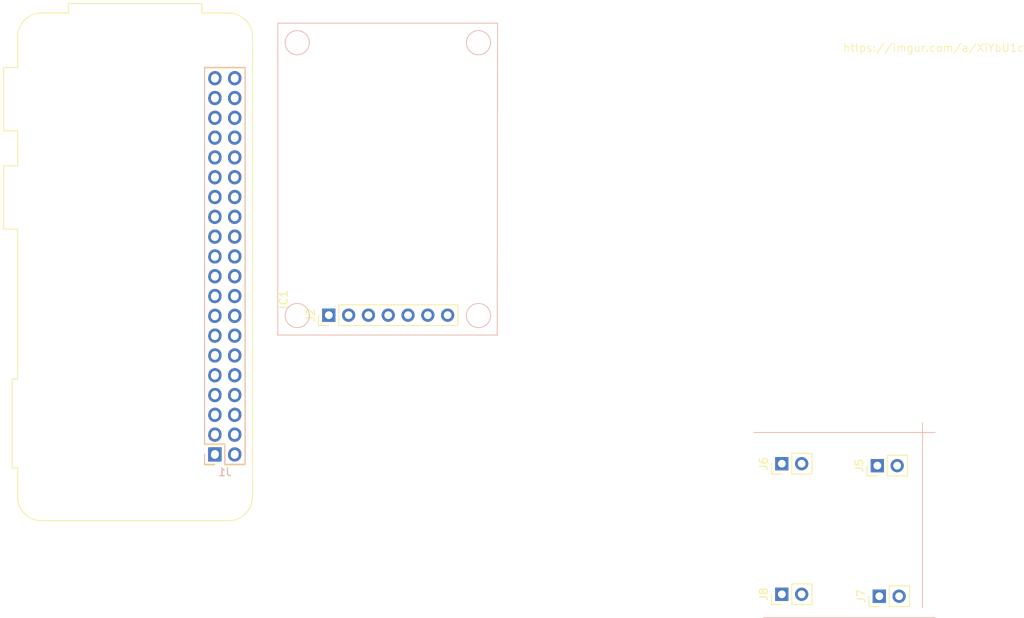
<source format=kicad_pcb>
(kicad_pcb (version 20240108) (generator "pcbnew") (generator_version "8.0")
  (layers (0 "F.Cu" signal) (31 "B.Cu" signal) (34 "B.Paste" user) (35 "F.Paste" user) (36 "B.SilkS" user "B.Silkscreen") (37 "F.SilkS" user "F.Silkscreen") (38 "B.Mask" user) (39 "F.Mask" user) (44 "Edge.Cuts" user))
  (net 0 "")
  (net 1 "VCC")
  (net 6 "SCK")
  (net 7 "GND")
  (net 10 "CS")
  (net 17 "Net-(J1-3V3-Pad1)")
  (net 24 "INT")
  (net 27 "SO")
  (net 28 "SI")
  (net 32 "+15V")
  (net 33 "In-")
  (footprint "Connector_PinHeader_2.54mm:PinHeader_1x02_P2.54mm_Vertical" (layer "F.Cu") (at 149.71 87.75 90)
    (property "Reference" "J6" (at 0 -2.33 90) (layer "F.SilkS"))
    (property "Value" "GND")
    (fp_line (start -1.33 -1.33) (end 0 -1.33) (stroke (width 0.12)) (layer "F.SilkS"))
    (fp_line (start -1.33 0) (end -1.33 -1.33) (stroke (width 0.12)) (layer "F.SilkS"))
    (fp_line (start 1.33 1.27) (end 1.33 3.87) (stroke (width 0.12)) (layer "F.SilkS"))
    (fp_line (start -1.33 1.27) (end 1.33 1.27) (stroke (width 0.12)) (layer "F.SilkS"))
    (fp_line (start -1.33 1.27) (end -1.33 3.87) (stroke (width 0.12)) (layer "F.SilkS"))
    (fp_line (start -1.33 3.87) (end 1.33 3.87) (stroke (width 0.12)) (layer "F.SilkS"))
    (pad "1" thru_hole rect (at 0 0 90) (size 1.7 1.7) (drill 1) (layers "*.Cu" "*.Mask"))
    (pad "2" thru_hole oval (at 0 2.54 90) (size 1.7 1.7) (drill 1) (layers "*.Cu" "*.Mask") (net 7 "GND"))
  )
  (footprint "Connector_PinHeader_2.54mm:PinHeader_1x02_P2.54mm_Vertical" (layer "F.Cu") (at 161.96 88 90)
    (property "Reference" "J5" (at 0 -2.33 90) (layer "F.SilkS"))
    (property "Value" "VCC")
    (fp_line (start -1.33 -1.33) (end 0 -1.33) (stroke (width 0.12)) (layer "F.SilkS"))
    (fp_line (start -1.33 0) (end -1.33 -1.33) (stroke (width 0.12)) (layer "F.SilkS"))
    (fp_line (start 1.33 1.27) (end 1.33 3.87) (stroke (width 0.12)) (layer "F.SilkS"))
    (fp_line (start -1.33 1.27) (end 1.33 1.27) (stroke (width 0.12)) (layer "F.SilkS"))
    (fp_line (start -1.33 1.27) (end -1.33 3.87) (stroke (width 0.12)) (layer "F.SilkS"))
    (fp_line (start -1.33 3.87) (end 1.33 3.87) (stroke (width 0.12)) (layer "F.SilkS"))
    (pad "1" thru_hole rect (at 0 0 90) (size 1.7 1.7) (drill 1) (layers "*.Cu" "*.Mask") (net 1 "VCC"))
    (pad "2" thru_hole oval (at 0 2.54 90) (size 1.7 1.7) (drill 1) (layers "*.Cu" "*.Mask"))
  )
  (footprint "Connector_PinHeader_2.54mm:PinHeader_1x02_P2.54mm_Vertical" (layer "F.Cu") (at 149.71 104.5 90)
    (property "Reference" "J8" (at 0 -2.33 90) (layer "F.SilkS"))
    (property "Value" "In-")
    (fp_line (start -1.33 -1.33) (end 0 -1.33) (stroke (width 0.12)) (layer "F.SilkS"))
    (fp_line (start -1.33 0) (end -1.33 -1.33) (stroke (width 0.12)) (layer "F.SilkS"))
    (fp_line (start 1.33 1.27) (end 1.33 3.87) (stroke (width 0.12)) (layer "F.SilkS"))
    (fp_line (start -1.33 1.27) (end 1.33 1.27) (stroke (width 0.12)) (layer "F.SilkS"))
    (fp_line (start -1.33 1.27) (end -1.33 3.87) (stroke (width 0.12)) (layer "F.SilkS"))
    (fp_line (start -1.33 3.87) (end 1.33 3.87) (stroke (width 0.12)) (layer "F.SilkS"))
    (pad "1" thru_hole rect (at 0 0 90) (size 1.7 1.7) (drill 1) (layers "*.Cu" "*.Mask") (net 33 "In-"))
    (pad "2" thru_hole oval (at 0 2.54 90) (size 1.7 1.7) (drill 1) (layers "*.Cu" "*.Mask"))
  )
  (footprint "Module:Raspberry_Pi_Zero_Socketed_THT_FaceDown_MountingHoles" (layer "F.Cu") (at 76.98 86.63 180)
    (property "Reference" "IC1" (at -8.82 19.93 90) (layer "F.SilkS"))
    (property "Value" "Raspberry_Pi_Zero_W_(v1.3)")
    (fp_line (start 27.09 49.69) (end 27.09 41.57) (stroke (width 0.12)) (layer "F.SilkS"))
    (fp_line (start 27.09 41.57) (end 25.29 41.57) (stroke (width 0.12)) (layer "F.SilkS"))
    (fp_line (start 27.09 37.09) (end 27.09 28.97) (stroke (width 0.12)) (layer "F.SilkS"))
    (fp_line (start 27.09 28.97) (end 25.29 28.97) (stroke (width 0.12)) (layer "F.SilkS"))
    (fp_line (start 25.99 9.74) (end 25.99 -1.68) (stroke (width 0.12)) (layer "F.SilkS"))
    (fp_line (start 25.99 -1.68) (end 25.29 -1.68) (stroke (width 0.12)) (layer "F.SilkS"))
    (fp_line (start 25.29 53.63) (end 25.29 49.69) (stroke (width 0.12)) (layer "F.SilkS"))
    (fp_line (start 25.29 49.69) (end 27.09 49.69) (stroke (width 0.12)) (layer "F.SilkS"))
    (fp_line (start 25.29 41.57) (end 25.29 37.09) (stroke (width 0.12)) (layer "F.SilkS"))
    (fp_line (start 25.29 37.09) (end 27.09 37.09) (stroke (width 0.12)) (layer "F.SilkS"))
    (fp_line (start 25.29 28.97) (end 25.29 9.74) (stroke (width 0.12)) (layer "F.SilkS"))
    (fp_line (start 25.29 9.74) (end 25.99 9.74) (stroke (width 0.12)) (layer "F.SilkS"))
    (fp_line (start 25.29 -1.68) (end 25.29 -5.37) (stroke (width 0.12)) (layer "F.SilkS"))
    (fp_line (start 18.79 57.89) (end 18.79 56.69) (stroke (width 0.12)) (layer "F.SilkS"))
    (fp_line (start 18.79 56.69) (end 22.23 56.69) (stroke (width 0.12)) (layer "F.SilkS"))
    (fp_line (start 1.67 57.89) (end 18.79 57.89) (stroke (width 0.12)) (layer "F.SilkS"))
    (fp_line (start 1.67 56.69) (end 1.67 57.89) (stroke (width 0.12)) (layer "F.SilkS"))
    (fp_line (start 1.67 56.69) (end -1.77 56.69) (stroke (width 0.12)) (layer "F.SilkS"))
    (fp_line (start 1.33 1.27) (end 1.33 49.59) (stroke (width 0.12)) (layer "F.SilkS"))
    (fp_line (start 1.33 -1.33) (end 1.33 0) (stroke (width 0.12)) (layer "F.SilkS"))
    (fp_line (start 0 -1.33) (end 1.33 -1.33) (stroke (width 0.12)) (layer "F.SilkS"))
    (fp_line (start -1.27 1.27) (end 1.33 1.27) (stroke (width 0.12)) (layer "F.SilkS"))
    (fp_line (start -1.27 -1.33) (end -1.27 1.27) (stroke (width 0.12)) (layer "F.SilkS"))
    (fp_line (start -1.77 -8.43) (end 22.23 -8.43) (stroke (width 0.12)) (layer "F.SilkS"))
    (fp_line (start -3.87 49.59) (end 1.33 49.59) (stroke (width 0.12)) (layer "F.SilkS"))
    (fp_line (start -3.87 -1.33) (end -1.27 -1.33) (stroke (width 0.12)) (layer "F.SilkS"))
    (fp_line (start -3.87 -1.33) (end -3.87 49.59) (stroke (width 0.12)) (layer "F.SilkS"))
    (fp_line (start -4.83 53.63) (end -4.83 -5.37) (stroke (width 0.12)) (layer "F.SilkS"))
    (fp_arc (start 25.29 53.63) (mid 24.393747 55.793747) (end 22.23 56.69) (stroke (width 0.12)) (layer "F.SilkS"))
    (fp_arc (start 22.23 -8.43) (mid 24.393747 -7.533747) (end 25.29 -5.37) (stroke (width 0.12)) (layer "F.SilkS"))
    (fp_arc (start -1.77 56.69) (mid -3.933747 55.793747) (end -4.83 53.63) (stroke (width 0.12)) (layer "F.SilkS"))
    (fp_arc (start -4.83 -5.37) (mid -3.933747 -7.533747) (end -1.77 -8.43) (stroke (width 0.12)) (layer "F.SilkS"))
    (pad "" np_thru_hole circle (at -1.27 -4.87 270) (size 2.75 2.75) (drill 2.75) (layers "*.Cu" "*.Mask"))
    (pad "" np_thru_hole circle (at -1.27 53.13 270) (size 2.75 2.75) (drill 2.75) (layers "*.Cu" "*.Mask"))
    (pad "" np_thru_hole circle (at 21.73 -4.87 270) (size 2.75 2.75) (drill 2.75) (layers "*.Cu" "*.Mask"))
    (pad "" np_thru_hole circle (at 21.73 53.13 270) (size 2.75 2.75) (drill 2.75) (layers "*.Cu" "*.Mask"))
    (pad "1" thru_hole rect (at 0 0 180) (size 1.7 1.7) (drill 1) (layers "*.Cu" "*.Mask"))
    (pad "2" thru_hole oval (at -2.54 0 180) (size 1.7 1.7) (drill 1) (layers "*.Cu" "*.Mask"))
    (pad "3" thru_hole oval (at 0 2.54 180) (size 1.7 1.7) (drill 1) (layers "*.Cu" "*.Mask"))
    (pad "4" thru_hole oval (at -2.54 2.54 180) (size 1.7 1.7) (drill 1) (layers "*.Cu" "*.Mask"))
    (pad "5" thru_hole oval (at 0 5.08 180) (size 1.7 1.7) (drill 1) (layers "*.Cu" "*.Mask"))
    (pad "6" thru_hole oval (at -2.54 5.08 180) (size 1.7 1.7) (drill 1) (layers "*.Cu" "*.Mask"))
    (pad "7" thru_hole oval (at 0 7.62 180) (size 1.7 1.7) (drill 1) (layers "*.Cu" "*.Mask"))
    (pad "8" thru_hole oval (at -2.54 7.62 180) (size 1.7 1.7) (drill 1) (layers "*.Cu" "*.Mask"))
    (pad "9" thru_hole oval (at 0 10.16 180) (size 1.7 1.7) (drill 1) (layers "*.Cu" "*.Mask"))
    (pad "10" thru_hole oval (at -2.54 10.16 180) (size 1.7 1.7) (drill 1) (layers "*.Cu" "*.Mask"))
    (pad "11" thru_hole oval (at 0 12.7 180) (size 1.7 1.7) (drill 1) (layers "*.Cu" "*.Mask"))
    (pad "12" thru_hole oval (at -2.54 12.7 180) (size 1.7 1.7) (drill 1) (layers "*.Cu" "*.Mask"))
    (pad "13" thru_hole oval (at 0 15.24 180) (size 1.7 1.7) (drill 1) (layers "*.Cu" "*.Mask"))
    (pad "14" thru_hole oval (at -2.54 15.24 180) (size 1.7 1.7) (drill 1) (layers "*.Cu" "*.Mask"))
    (pad "15" thru_hole oval (at 0 17.78 180) (size 1.7 1.7) (drill 1) (layers "*.Cu" "*.Mask"))
    (pad "16" thru_hole oval (at -2.54 17.78 180) (size 1.7 1.7) (drill 1) (layers "*.Cu" "*.Mask"))
    (pad "17" thru_hole oval (at 0 20.32 180) (size 1.7 1.7) (drill 1) (layers "*.Cu" "*.Mask"))
    (pad "18" thru_hole oval (at -2.54 20.32 180) (size 1.7 1.7) (drill 1) (layers "*.Cu" "*.Mask"))
    (pad "19" thru_hole oval (at 0 22.86 180) (size 1.7 1.7) (drill 1) (layers "*.Cu" "*.Mask"))
    (pad "20" thru_hole oval (at -2.54 22.86 180) (size 1.7 1.7) (drill 1) (layers "*.Cu" "*.Mask"))
    (pad "21" thru_hole oval (at 0 25.4 180) (size 1.7 1.7) (drill 1) (layers "*.Cu" "*.Mask"))
    (pad "22" thru_hole oval (at -2.54 25.4 180) (size 1.7 1.7) (drill 1) (layers "*.Cu" "*.Mask"))
    (pad "23" thru_hole oval (at 0 27.94 180) (size 1.7 1.7) (drill 1) (layers "*.Cu" "*.Mask"))
    (pad "24" thru_hole oval (at -2.54 27.94 180) (size 1.7 1.7) (drill 1) (layers "*.Cu" "*.Mask"))
    (pad "25" thru_hole oval (at 0 30.48 180) (size 1.7 1.7) (drill 1) (layers "*.Cu" "*.Mask"))
    (pad "26" thru_hole oval (at -2.54 30.48 180) (size 1.7 1.7) (drill 1) (layers "*.Cu" "*.Mask"))
    (pad "27" thru_hole oval (at 0 33.02 180) (size 1.7 1.7) (drill 1) (layers "*.Cu" "*.Mask"))
    (pad "28" thru_hole oval (at -2.54 33.02 180) (size 1.7 1.7) (drill 1) (layers "*.Cu" "*.Mask"))
    (pad "29" thru_hole oval (at 0 35.56 180) (size 1.7 1.7) (drill 1) (layers "*.Cu" "*.Mask"))
    (pad "30" thru_hole oval (at -2.54 35.56 180) (size 1.7 1.7) (drill 1) (layers "*.Cu" "*.Mask"))
    (pad "31" thru_hole oval (at 0 38.1 180) (size 1.7 1.7) (drill 1) (layers "*.Cu" "*.Mask"))
    (pad "32" thru_hole oval (at -2.54 38.1 180) (size 1.7 1.7) (drill 1) (layers "*.Cu" "*.Mask"))
    (pad "33" thru_hole oval (at 0 40.64 180) (size 1.7 1.7) (drill 1) (layers "*.Cu" "*.Mask"))
    (pad "34" thru_hole oval (at -2.54 40.64 180) (size 1.7 1.7) (drill 1) (layers "*.Cu" "*.Mask"))
    (pad "35" thru_hole oval (at 0 43.18 180) (size 1.7 1.7) (drill 1) (layers "*.Cu" "*.Mask"))
    (pad "36" thru_hole oval (at -2.54 43.18 180) (size 1.7 1.7) (drill 1) (layers "*.Cu" "*.Mask"))
    (pad "37" thru_hole oval (at 0 45.72 180) (size 1.7 1.7) (drill 1) (layers "*.Cu" "*.Mask"))
    (pad "38" thru_hole oval (at -2.54 45.72 180) (size 1.7 1.7) (drill 1) (layers "*.Cu" "*.Mask"))
    (pad "39" thru_hole oval (at 0 48.26 180) (size 1.7 1.7) (drill 1) (layers "*.Cu" "*.Mask"))
    (pad "40" thru_hole oval (at -2.54 48.26 180) (size 1.7 1.7) (drill 1) (layers "*.Cu" "*.Mask"))
  )
  (footprint "Connector_PinHeader_2.54mm:PinHeader_1x02_P2.54mm_Vertical" (layer "F.Cu") (at 162.21 104.75 90)
    (property "Reference" "J7" (at 0 -2.33 90) (layer "F.SilkS"))
    (property "Value" "In+")
    (fp_line (start -1.33 -1.33) (end 0 -1.33) (stroke (width 0.12)) (layer "F.SilkS"))
    (fp_line (start -1.33 0) (end -1.33 -1.33) (stroke (width 0.12)) (layer "F.SilkS"))
    (fp_line (start 1.33 1.27) (end 1.33 3.87) (stroke (width 0.12)) (layer "F.SilkS"))
    (fp_line (start -1.33 1.27) (end 1.33 1.27) (stroke (width 0.12)) (layer "F.SilkS"))
    (fp_line (start -1.33 1.27) (end -1.33 3.87) (stroke (width 0.12)) (layer "F.SilkS"))
    (fp_line (start -1.33 3.87) (end 1.33 3.87) (stroke (width 0.12)) (layer "F.SilkS"))
    (pad "1" thru_hole rect (at 0 0 90) (size 1.7 1.7) (drill 1) (layers "*.Cu" "*.Mask"))
    (pad "2" thru_hole oval (at 0 2.54 90) (size 1.7 1.7) (drill 1) (layers "*.Cu" "*.Mask") (net 32 "+15V"))
  )
  (footprint "Connector_PinHeader_2.54mm:PinHeader_1x07_P2.54mm_Vertical" (layer "F.Cu") (at 91.6 68.7 90)
    (property "Reference" "J2" (at 0 -2.33 90) (layer "F.SilkS"))
    (property "Value" "MCP2515+TJA1050")
    (fp_line (start -1.33 -1.33) (end 0 -1.33) (stroke (width 0.12)) (layer "F.SilkS"))
    (fp_line (start -1.33 0) (end -1.33 -1.33) (stroke (width 0.12)) (layer "F.SilkS"))
    (fp_line (start 1.33 1.27) (end 1.33 16.57) (stroke (width 0.12)) (layer "F.SilkS"))
    (fp_line (start -1.33 1.27) (end 1.33 1.27) (stroke (width 0.12)) (layer "F.SilkS"))
    (fp_line (start -1.33 1.27) (end -1.33 16.57) (stroke (width 0.12)) (layer "F.SilkS"))
    (fp_line (start -1.33 16.57) (end 1.33 16.57) (stroke (width 0.12)) (layer "F.SilkS"))
    (pad "1" thru_hole rect (at 0 0 90) (size 1.7 1.7) (drill 1) (layers "*.Cu" "*.Mask") (net 1 "VCC"))
    (pad "2" thru_hole oval (at 0 2.54 90) (size 1.7 1.7) (drill 1) (layers "*.Cu" "*.Mask") (net 7 "GND"))
    (pad "3" thru_hole oval (at 0 5.08 90) (size 1.7 1.7) (drill 1) (layers "*.Cu" "*.Mask") (net 10 "CS"))
    (pad "4" thru_hole oval (at 0 7.62 90) (size 1.7 1.7) (drill 1) (layers "*.Cu" "*.Mask") (net 27 "SO"))
    (pad "5" thru_hole oval (at 0 10.16 90) (size 1.7 1.7) (drill 1) (layers "*.Cu" "*.Mask") (net 28 "SI"))
    (pad "6" thru_hole oval (at 0 12.7 90) (size 1.7 1.7) (drill 1) (layers "*.Cu" "*.Mask") (net 6 "SCK"))
    (pad "7" thru_hole oval (at 0 15.24 90) (size 1.7 1.7) (drill 1) (layers "*.Cu" "*.Mask") (net 24 "INT"))
  )
  (footprint "Connector_PinHeader_2.54mm:PinHeader_2x20_P2.54mm_Vertical" (layer "B.Cu") (at 77 86.5)
    (property "Reference" "J1" (at 1.27 2.33 0) (layer "B.SilkS") (effects (justify mirror)))
    (property "Value" "Raspberry_Pi_2_3")
    (fp_line (start -1.33 -49.59) (end -1.33 -1.27) (stroke (width 0.12)) (layer "B.SilkS"))
    (fp_line (start -1.33 1.33) (end -1.33 0) (stroke (width 0.12)) (layer "B.SilkS"))
    (fp_line (start 0 1.33) (end -1.33 1.33) (stroke (width 0.12)) (layer "B.SilkS"))
    (fp_line (start 1.27 -1.27) (end -1.33 -1.27) (stroke (width 0.12)) (layer "B.SilkS"))
    (fp_line (start 1.27 1.33) (end 1.27 -1.27) (stroke (width 0.12)) (layer "B.SilkS"))
    (fp_line (start 3.87 -49.59) (end -1.33 -49.59) (stroke (width 0.12)) (layer "B.SilkS"))
    (fp_line (start 3.87 -49.59) (end 3.87 1.33) (stroke (width 0.12)) (layer "B.SilkS"))
    (fp_line (start 3.87 1.33) (end 1.27 1.33) (stroke (width 0.12)) (layer "B.SilkS"))
    (pad "1" thru_hole rect (at 0 0) (size 1.7 1.7) (drill 1) (layers "*.Cu" "*.Mask") (net 17 "Net-(J1-3V3-Pad1)"))
    (pad "2" thru_hole oval (at 2.54 0) (size 1.7 1.7) (drill 1) (layers "*.Cu" "*.Mask") (net 1 "VCC"))
    (pad "3" thru_hole oval (at 0 -2.54) (size 1.7 1.7) (drill 1) (layers "*.Cu" "*.Mask"))
    (pad "4" thru_hole oval (at 2.54 -2.54) (size 1.7 1.7) (drill 1) (layers "*.Cu" "*.Mask") (net 1 "VCC"))
    (pad "5" thru_hole oval (at 0 -5.08) (size 1.7 1.7) (drill 1) (layers "*.Cu" "*.Mask"))
    (pad "6" thru_hole oval (at 2.54 -5.08) (size 1.7 1.7) (drill 1) (layers "*.Cu" "*.Mask") (net 7 "GND"))
    (pad "7" thru_hole oval (at 0 -7.62) (size 1.7 1.7) (drill 1) (layers "*.Cu" "*.Mask"))
    (pad "8" thru_hole oval (at 2.54 -7.62) (size 1.7 1.7) (drill 1) (layers "*.Cu" "*.Mask"))
    (pad "9" thru_hole oval (at 0 -10.16) (size 1.7 1.7) (drill 1) (layers "*.Cu" "*.Mask") (net 7 "GND"))
    (pad "10" thru_hole oval (at 2.54 -10.16) (size 1.7 1.7) (drill 1) (layers "*.Cu" "*.Mask"))
    (pad "11" thru_hole oval (at 0 -12.7) (size 1.7 1.7) (drill 1) (layers "*.Cu" "*.Mask"))
    (pad "12" thru_hole oval (at 2.54 -12.7) (size 1.7 1.7) (drill 1) (layers "*.Cu" "*.Mask"))
    (pad "13" thru_hole oval (at 0 -15.24) (size 1.7 1.7) (drill 1) (layers "*.Cu" "*.Mask"))
    (pad "14" thru_hole oval (at 2.54 -15.24) (size 1.7 1.7) (drill 1) (layers "*.Cu" "*.Mask") (net 7 "GND"))
    (pad "15" thru_hole oval (at 0 -17.78) (size 1.7 1.7) (drill 1) (layers "*.Cu" "*.Mask"))
    (pad "16" thru_hole oval (at 2.54 -17.78) (size 1.7 1.7) (drill 1) (layers "*.Cu" "*.Mask"))
    (pad "17" thru_hole oval (at 0 -20.32) (size 1.7 1.7) (drill 1) (layers "*.Cu" "*.Mask") (net 17 "Net-(J1-3V3-Pad1)"))
    (pad "18" thru_hole oval (at 2.54 -20.32) (size 1.7 1.7) (drill 1) (layers "*.Cu" "*.Mask"))
    (pad "19" thru_hole oval (at 0 -22.86) (size 1.7 1.7) (drill 1) (layers "*.Cu" "*.Mask") (net 28 "SI"))
    (pad "20" thru_hole oval (at 2.54 -22.86) (size 1.7 1.7) (drill 1) (layers "*.Cu" "*.Mask") (net 7 "GND"))
    (pad "21" thru_hole oval (at 0 -25.4) (size 1.7 1.7) (drill 1) (layers "*.Cu" "*.Mask") (net 27 "SO"))
    (pad "22" thru_hole oval (at 2.54 -25.4) (size 1.7 1.7) (drill 1) (layers "*.Cu" "*.Mask") (net 24 "INT"))
    (pad "23" thru_hole oval (at 0 -27.94) (size 1.7 1.7) (drill 1) (layers "*.Cu" "*.Mask") (net 6 "SCK"))
    (pad "24" thru_hole oval (at 2.54 -27.94) (size 1.7 1.7) (drill 1) (layers "*.Cu" "*.Mask") (net 10 "CS"))
    (pad "25" thru_hole oval (at 0 -30.48) (size 1.7 1.7) (drill 1) (layers "*.Cu" "*.Mask") (net 7 "GND"))
    (pad "26" thru_hole oval (at 2.54 -30.48) (size 1.7 1.7) (drill 1) (layers "*.Cu" "*.Mask"))
    (pad "27" thru_hole oval (at 0 -33.02) (size 1.7 1.7) (drill 1) (layers "*.Cu" "*.Mask"))
    (pad "28" thru_hole oval (at 2.54 -33.02) (size 1.7 1.7) (drill 1) (layers "*.Cu" "*.Mask"))
    (pad "29" thru_hole oval (at 0 -35.56) (size 1.7 1.7) (drill 1) (layers "*.Cu" "*.Mask"))
    (pad "30" thru_hole oval (at 2.54 -35.56) (size 1.7 1.7) (drill 1) (layers "*.Cu" "*.Mask") (net 7 "GND"))
    (pad "31" thru_hole oval (at 0 -38.1) (size 1.7 1.7) (drill 1) (layers "*.Cu" "*.Mask"))
    (pad "32" thru_hole oval (at 2.54 -38.1) (size 1.7 1.7) (drill 1) (layers "*.Cu" "*.Mask"))
    (pad "33" thru_hole oval (at 0 -40.64) (size 1.7 1.7) (drill 1) (layers "*.Cu" "*.Mask"))
    (pad "34" thru_hole oval (at 2.54 -40.64) (size 1.7 1.7) (drill 1) (layers "*.Cu" "*.Mask") (net 7 "GND"))
    (pad "35" thru_hole oval (at 0 -43.18) (size 1.7 1.7) (drill 1) (layers "*.Cu" "*.Mask"))
    (pad "36" thru_hole oval (at 2.54 -43.18) (size 1.7 1.7) (drill 1) (layers "*.Cu" "*.Mask"))
    (pad "37" thru_hole oval (at 0 -45.72) (size 1.7 1.7) (drill 1) (layers "*.Cu" "*.Mask"))
    (pad "38" thru_hole oval (at 2.54 -45.72) (size 1.7 1.7) (drill 1) (layers "*.Cu" "*.Mask"))
    (pad "39" thru_hole oval (at 0 -48.26) (size 1.7 1.7) (drill 1) (layers "*.Cu" "*.Mask") (net 7 "GND"))
    (pad "40" thru_hole oval (at 2.54 -48.26) (size 1.7 1.7) (drill 1) (layers "*.Cu" "*.Mask"))
  )
  (gr_circle (center 87.55 68.75) (end 89.1 68.75) (stroke (width 0.1)) (fill none) (layer "B.SilkS"))
  (gr_line (start 167.75 82.5) (end 167.75 106.25) (stroke (width 0.1)) (layer "B.SilkS"))
  (gr_line (start 85.05 71.25) (end 113.25 71.25) (stroke (width 0.1)) (layer "B.SilkS"))
  (gr_line (start 169.375 107.5) (end 147.375 107.5) (stroke (width 0.1)) (layer "B.SilkS"))
  (gr_line (start 113.25 31.25) (end 85.05 31.25) (stroke (width 0.1)) (layer "B.SilkS"))
  (gr_circle (center 87.55 33.75) (end 89.1 33.75) (stroke (width 0.1)) (fill none) (layer "B.SilkS"))
  (gr_line (start 85.05 31.25) (end 85.05 71.25) (stroke (width 0.1)) (layer "B.SilkS"))
  (gr_line (start 113.199735 71.249968) (end 113.25 31.25) (stroke (width 0.1)) (layer "B.SilkS"))
  (gr_circle (center 110.8 33.75) (end 112.35 33.75) (stroke (width 0.1)) (fill none) (layer "B.SilkS"))
  (gr_line (start 146.125 83.75) (end 169.375 83.75) (stroke (width 0.1)) (layer "B.SilkS"))
  (gr_circle (center 110.8 68.75) (end 112.35 68.75) (stroke (width 0.1)) (fill none) (layer "B.SilkS"))
  (gr_text "https://imgur.com/a/XiYbU1c" (at 157.5 35 -0) (layer "F.SilkS") (effects (font (size 1 1) (thickness 0.1)) (justify left bottom)))
)
</source>
